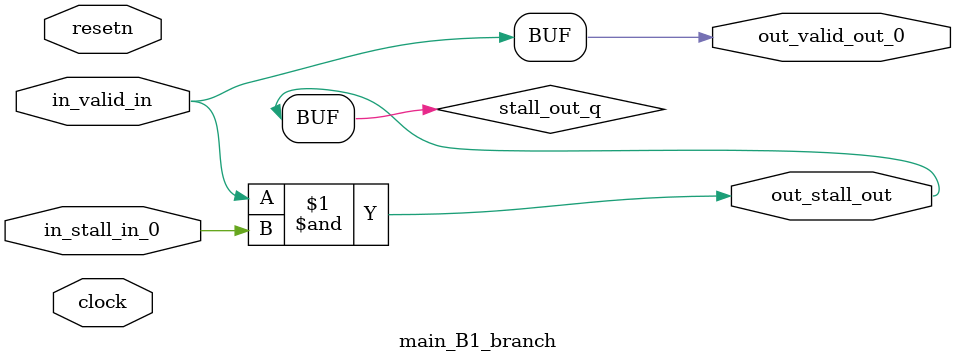
<source format=sv>



(* altera_attribute = "-name AUTO_SHIFT_REGISTER_RECOGNITION OFF; -name MESSAGE_DISABLE 10036; -name MESSAGE_DISABLE 10037; -name MESSAGE_DISABLE 14130; -name MESSAGE_DISABLE 14320; -name MESSAGE_DISABLE 15400; -name MESSAGE_DISABLE 14130; -name MESSAGE_DISABLE 10036; -name MESSAGE_DISABLE 12020; -name MESSAGE_DISABLE 12030; -name MESSAGE_DISABLE 12010; -name MESSAGE_DISABLE 12110; -name MESSAGE_DISABLE 14320; -name MESSAGE_DISABLE 13410; -name MESSAGE_DISABLE 113007; -name MESSAGE_DISABLE 10958" *)
module main_B1_branch (
    input wire [0:0] in_stall_in_0,
    input wire [0:0] in_valid_in,
    output wire [0:0] out_stall_out,
    output wire [0:0] out_valid_out_0,
    input wire clock,
    input wire resetn
    );

    wire [0:0] stall_out_q;


    // stall_out(LOGICAL,6)
    assign stall_out_q = in_valid_in & in_stall_in_0;

    // out_stall_out(GPOUT,4)
    assign out_stall_out = stall_out_q;

    // out_valid_out_0(GPOUT,5)
    assign out_valid_out_0 = in_valid_in;

endmodule

</source>
